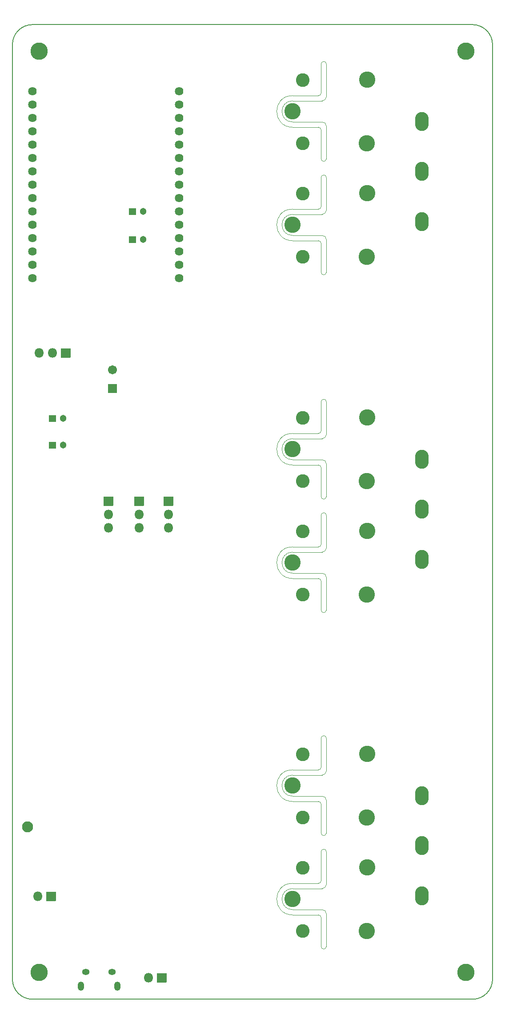
<source format=gbr>
G04 #@! TF.GenerationSoftware,KiCad,Pcbnew,(5.1.12-1-10_14)*
G04 #@! TF.CreationDate,2021-11-18T09:42:33+01:00*
G04 #@! TF.ProjectId,window-shutter-relay-esp8266,77696e64-6f77-42d7-9368-75747465722d,rev?*
G04 #@! TF.SameCoordinates,Original*
G04 #@! TF.FileFunction,Soldermask,Bot*
G04 #@! TF.FilePolarity,Negative*
%FSLAX46Y46*%
G04 Gerber Fmt 4.6, Leading zero omitted, Abs format (unit mm)*
G04 Created by KiCad (PCBNEW (5.1.12-1-10_14)) date 2021-11-18 09:42:33*
%MOMM*%
%LPD*%
G01*
G04 APERTURE LIST*
G04 #@! TA.AperFunction,Profile*
%ADD10C,0.100000*%
G04 #@! TD*
G04 #@! TA.AperFunction,Profile*
%ADD11C,0.150000*%
G04 #@! TD*
%ADD12C,1.302000*%
%ADD13O,1.802000X1.802000*%
%ADD14O,2.602000X3.602000*%
%ADD15C,2.602000*%
%ADD16C,3.102000*%
%ADD17C,3.302000*%
%ADD18C,2.102000*%
%ADD19C,1.626000*%
%ADD20O,1.200000X1.750000*%
%ADD21O,1.450000X1.150000*%
%ADD22C,1.702000*%
G04 APERTURE END LIST*
D10*
X58997106Y-168369999D02*
G75*
G02*
X59790000Y-169162893I0J-792894D01*
G01*
X59790000Y-175370000D02*
X59790000Y-169162893D01*
X59790000Y-175370000D02*
G75*
G02*
X58790000Y-175370000I-500000J0D01*
G01*
X58790000Y-169870000D02*
X58790000Y-175370000D01*
X58290000Y-169370000D02*
G75*
G02*
X58790000Y-169870000I0J-500000D01*
G01*
X53340000Y-169370000D02*
X58290000Y-169370000D01*
X53340000Y-169370000D02*
G75*
G02*
X53340000Y-163370000I0J3000000D01*
G01*
X58290000Y-163370000D02*
X53340000Y-163370000D01*
X58790000Y-162870000D02*
G75*
G02*
X58290000Y-163370000I-500000J0D01*
G01*
X58790000Y-157369999D02*
X58790000Y-162870000D01*
X58789999Y-157369999D02*
G75*
G02*
X59789999Y-157369999I500000J0D01*
G01*
X59790000Y-163577106D02*
X59789999Y-157369999D01*
X59790000Y-163577106D02*
G75*
G02*
X58997106Y-164370000I-792894J0D01*
G01*
X53340000Y-164370000D02*
X58997106Y-164370000D01*
X53340000Y-168370000D02*
G75*
G02*
X53340000Y-164370000I0J2000000D01*
G01*
X58997106Y-168370000D02*
X53340000Y-168370000D01*
X58997106Y-146779999D02*
G75*
G02*
X59790000Y-147572893I0J-792894D01*
G01*
X59790000Y-153780000D02*
X59790000Y-147572893D01*
X59790000Y-153780000D02*
G75*
G02*
X58790000Y-153780000I-500000J0D01*
G01*
X58790000Y-148280000D02*
X58790000Y-153780000D01*
X58290000Y-147780000D02*
G75*
G02*
X58790000Y-148280000I0J-500000D01*
G01*
X53340000Y-147780000D02*
X58290000Y-147780000D01*
X53340000Y-147780000D02*
G75*
G02*
X53340000Y-141780000I0J3000000D01*
G01*
X58290000Y-141780000D02*
X53340000Y-141780000D01*
X58790000Y-141280000D02*
G75*
G02*
X58290000Y-141780000I-500000J0D01*
G01*
X58790000Y-135779999D02*
X58790000Y-141280000D01*
X58789999Y-135779999D02*
G75*
G02*
X59789999Y-135779999I500000J0D01*
G01*
X59790000Y-141987106D02*
X59789999Y-135779999D01*
X59790000Y-141987106D02*
G75*
G02*
X58997106Y-142780000I-792894J0D01*
G01*
X53340000Y-142780000D02*
X58997106Y-142780000D01*
X53340000Y-146780000D02*
G75*
G02*
X53340000Y-142780000I0J2000000D01*
G01*
X58997106Y-146780000D02*
X53340000Y-146780000D01*
X58997106Y-104361999D02*
G75*
G02*
X59790000Y-105154893I0J-792894D01*
G01*
X59790000Y-111362000D02*
X59790000Y-105154893D01*
X59790000Y-111362000D02*
G75*
G02*
X58790000Y-111362000I-500000J0D01*
G01*
X58790000Y-105862000D02*
X58790000Y-111362000D01*
X58290000Y-105362000D02*
G75*
G02*
X58790000Y-105862000I0J-500000D01*
G01*
X53340000Y-105362000D02*
X58290000Y-105362000D01*
X53340000Y-105362000D02*
G75*
G02*
X53340000Y-99362000I0J3000000D01*
G01*
X58290000Y-99362000D02*
X53340000Y-99362000D01*
X58790000Y-98862000D02*
G75*
G02*
X58290000Y-99362000I-500000J0D01*
G01*
X58790000Y-93361999D02*
X58790000Y-98862000D01*
X58789999Y-93361999D02*
G75*
G02*
X59789999Y-93361999I500000J0D01*
G01*
X59790000Y-99569106D02*
X59789999Y-93361999D01*
X59790000Y-99569106D02*
G75*
G02*
X58997106Y-100362000I-792894J0D01*
G01*
X53340000Y-100362000D02*
X58997106Y-100362000D01*
X53340000Y-104362000D02*
G75*
G02*
X53340000Y-100362000I0J2000000D01*
G01*
X58997106Y-104362000D02*
X53340000Y-104362000D01*
X58997106Y-82771999D02*
G75*
G02*
X59790000Y-83564893I0J-792894D01*
G01*
X59790000Y-89772000D02*
X59790000Y-83564893D01*
X59790000Y-89772000D02*
G75*
G02*
X58790000Y-89772000I-500000J0D01*
G01*
X58790000Y-84272000D02*
X58790000Y-89772000D01*
X58290000Y-83772000D02*
G75*
G02*
X58790000Y-84272000I0J-500000D01*
G01*
X53340000Y-83772000D02*
X58290000Y-83772000D01*
X53340000Y-83772000D02*
G75*
G02*
X53340000Y-77772000I0J3000000D01*
G01*
X58290000Y-77772000D02*
X53340000Y-77772000D01*
X58790000Y-77272000D02*
G75*
G02*
X58290000Y-77772000I-500000J0D01*
G01*
X58790000Y-71771999D02*
X58790000Y-77272000D01*
X58789999Y-71771999D02*
G75*
G02*
X59789999Y-71771999I500000J0D01*
G01*
X59790000Y-77979106D02*
X59789999Y-71771999D01*
X59790000Y-77979106D02*
G75*
G02*
X58997106Y-78772000I-792894J0D01*
G01*
X53340000Y-78772000D02*
X58997106Y-78772000D01*
X53340000Y-82772000D02*
G75*
G02*
X53340000Y-78772000I0J2000000D01*
G01*
X58997106Y-82772000D02*
X53340000Y-82772000D01*
X58997106Y-40099999D02*
G75*
G02*
X59790000Y-40892893I0J-792894D01*
G01*
X59790000Y-47100000D02*
X59790000Y-40892893D01*
X59790000Y-47100000D02*
G75*
G02*
X58790000Y-47100000I-500000J0D01*
G01*
X58790000Y-41600000D02*
X58790000Y-47100000D01*
X58290000Y-41100000D02*
G75*
G02*
X58790000Y-41600000I0J-500000D01*
G01*
X53340000Y-41100000D02*
X58290000Y-41100000D01*
X53340000Y-41100000D02*
G75*
G02*
X53340000Y-35100000I0J3000000D01*
G01*
X58290000Y-35100000D02*
X53340000Y-35100000D01*
X58790000Y-34600000D02*
G75*
G02*
X58290000Y-35100000I-500000J0D01*
G01*
X58790000Y-29099999D02*
X58790000Y-34600000D01*
X58789999Y-29099999D02*
G75*
G02*
X59789999Y-29099999I500000J0D01*
G01*
X59790000Y-35307106D02*
X59789999Y-29099999D01*
X59790000Y-35307106D02*
G75*
G02*
X58997106Y-36100000I-792894J0D01*
G01*
X53340000Y-36100000D02*
X58997106Y-36100000D01*
X53340000Y-40100000D02*
G75*
G02*
X53340000Y-36100000I0J2000000D01*
G01*
X58997106Y-40100000D02*
X53340000Y-40100000D01*
X58997106Y-18509999D02*
G75*
G02*
X59790000Y-19302893I0J-792894D01*
G01*
X59790000Y-25510000D02*
X59790000Y-19302893D01*
X59790000Y-25510000D02*
G75*
G02*
X58790000Y-25510000I-500000J0D01*
G01*
X58790000Y-20010000D02*
X58790000Y-25510000D01*
X58290000Y-19510000D02*
G75*
G02*
X58790000Y-20010000I0J-500000D01*
G01*
X53340000Y-19510000D02*
X58290000Y-19510000D01*
X53340000Y-19510000D02*
G75*
G02*
X53340000Y-13510000I0J3000000D01*
G01*
X58290000Y-13510000D02*
X53340000Y-13510000D01*
X58790000Y-13010000D02*
G75*
G02*
X58290000Y-13510000I-500000J0D01*
G01*
X58790000Y-7509999D02*
X58790000Y-13010000D01*
X58789999Y-7509999D02*
G75*
G02*
X59789999Y-7509999I500000J0D01*
G01*
X59790000Y-13717106D02*
X59789999Y-7509999D01*
X59790000Y-13717106D02*
G75*
G02*
X58997106Y-14510000I-792894J0D01*
G01*
X53340000Y-14510000D02*
X58997106Y-14510000D01*
X53340000Y-18510000D02*
G75*
G02*
X53340000Y-14510000I0J2000000D01*
G01*
X58997106Y-18510000D02*
X53340000Y-18510000D01*
D11*
X91440000Y-181610000D02*
X91440000Y-3810000D01*
X3810000Y-185420000D02*
G75*
G02*
X0Y-181610000I0J3810000D01*
G01*
X91440000Y-181610000D02*
G75*
G02*
X87630000Y-185420000I-3810000J0D01*
G01*
X87630000Y0D02*
G75*
G02*
X91440000Y-3810000I0J-3810000D01*
G01*
X0Y-3810000D02*
G75*
G02*
X3810000Y0I3810000J0D01*
G01*
X0Y-3810000D02*
X0Y-181610000D01*
X87630000Y0D02*
X3810000Y0D01*
X3810000Y-185420000D02*
X87630000Y-185420000D01*
D10*
X58997106Y-168369999D02*
G75*
G02*
X59790000Y-169162893I0J-792894D01*
G01*
X59790000Y-175370000D02*
X59790000Y-169162893D01*
X59790000Y-175370000D02*
G75*
G02*
X58790000Y-175370000I-500000J0D01*
G01*
X58790000Y-169870000D02*
X58790000Y-175370000D01*
X58290000Y-169370000D02*
G75*
G02*
X58790000Y-169870000I0J-500000D01*
G01*
X53340000Y-169370000D02*
X58290000Y-169370000D01*
X53340000Y-169370000D02*
G75*
G02*
X53340000Y-163370000I0J3000000D01*
G01*
X58290000Y-163370000D02*
X53340000Y-163370000D01*
X58790000Y-162870000D02*
G75*
G02*
X58290000Y-163370000I-500000J0D01*
G01*
X58790000Y-157369999D02*
X58790000Y-162870000D01*
X58789999Y-157369999D02*
G75*
G02*
X59789999Y-157369999I500000J0D01*
G01*
X59790000Y-163577106D02*
X59789999Y-157369999D01*
X59790000Y-163577106D02*
G75*
G02*
X58997106Y-164370000I-792894J0D01*
G01*
X53340000Y-164370000D02*
X58997106Y-164370000D01*
X53340000Y-168370000D02*
G75*
G02*
X53340000Y-164370000I0J2000000D01*
G01*
X58997106Y-168370000D02*
X53340000Y-168370000D01*
X58997106Y-146779999D02*
G75*
G02*
X59790000Y-147572893I0J-792894D01*
G01*
X59790000Y-153780000D02*
X59790000Y-147572893D01*
X59790000Y-153780000D02*
G75*
G02*
X58790000Y-153780000I-500000J0D01*
G01*
X58790000Y-148280000D02*
X58790000Y-153780000D01*
X58290000Y-147780000D02*
G75*
G02*
X58790000Y-148280000I0J-500000D01*
G01*
X53340000Y-147780000D02*
X58290000Y-147780000D01*
X53340000Y-147780000D02*
G75*
G02*
X53340000Y-141780000I0J3000000D01*
G01*
X58290000Y-141780000D02*
X53340000Y-141780000D01*
X58790000Y-141280000D02*
G75*
G02*
X58290000Y-141780000I-500000J0D01*
G01*
X58790000Y-135779999D02*
X58790000Y-141280000D01*
X58789999Y-135779999D02*
G75*
G02*
X59789999Y-135779999I500000J0D01*
G01*
X59790000Y-141987106D02*
X59789999Y-135779999D01*
X59790000Y-141987106D02*
G75*
G02*
X58997106Y-142780000I-792894J0D01*
G01*
X53340000Y-142780000D02*
X58997106Y-142780000D01*
X53340000Y-146780000D02*
G75*
G02*
X53340000Y-142780000I0J2000000D01*
G01*
X58997106Y-146780000D02*
X53340000Y-146780000D01*
X58997106Y-104361999D02*
G75*
G02*
X59790000Y-105154893I0J-792894D01*
G01*
X59790000Y-111362000D02*
X59790000Y-105154893D01*
X59790000Y-111362000D02*
G75*
G02*
X58790000Y-111362000I-500000J0D01*
G01*
X58790000Y-105862000D02*
X58790000Y-111362000D01*
X58290000Y-105362000D02*
G75*
G02*
X58790000Y-105862000I0J-500000D01*
G01*
X53340000Y-105362000D02*
X58290000Y-105362000D01*
X53340000Y-105362000D02*
G75*
G02*
X53340000Y-99362000I0J3000000D01*
G01*
X58290000Y-99362000D02*
X53340000Y-99362000D01*
X58790000Y-98862000D02*
G75*
G02*
X58290000Y-99362000I-500000J0D01*
G01*
X58790000Y-93361999D02*
X58790000Y-98862000D01*
X58789999Y-93361999D02*
G75*
G02*
X59789999Y-93361999I500000J0D01*
G01*
X59790000Y-99569106D02*
X59789999Y-93361999D01*
X59790000Y-99569106D02*
G75*
G02*
X58997106Y-100362000I-792894J0D01*
G01*
X53340000Y-100362000D02*
X58997106Y-100362000D01*
X53340000Y-104362000D02*
G75*
G02*
X53340000Y-100362000I0J2000000D01*
G01*
X58997106Y-104362000D02*
X53340000Y-104362000D01*
X58997106Y-82771999D02*
G75*
G02*
X59790000Y-83564893I0J-792894D01*
G01*
X59790000Y-89772000D02*
X59790000Y-83564893D01*
X59790000Y-89772000D02*
G75*
G02*
X58790000Y-89772000I-500000J0D01*
G01*
X58790000Y-84272000D02*
X58790000Y-89772000D01*
X58290000Y-83772000D02*
G75*
G02*
X58790000Y-84272000I0J-500000D01*
G01*
X53340000Y-83772000D02*
X58290000Y-83772000D01*
X53340000Y-83772000D02*
G75*
G02*
X53340000Y-77772000I0J3000000D01*
G01*
X58290000Y-77772000D02*
X53340000Y-77772000D01*
X58790000Y-77272000D02*
G75*
G02*
X58290000Y-77772000I-500000J0D01*
G01*
X58790000Y-71771999D02*
X58790000Y-77272000D01*
X58789999Y-71771999D02*
G75*
G02*
X59789999Y-71771999I500000J0D01*
G01*
X59790000Y-77979106D02*
X59789999Y-71771999D01*
X59790000Y-77979106D02*
G75*
G02*
X58997106Y-78772000I-792894J0D01*
G01*
X53340000Y-78772000D02*
X58997106Y-78772000D01*
X53340000Y-82772000D02*
G75*
G02*
X53340000Y-78772000I0J2000000D01*
G01*
X58997106Y-82772000D02*
X53340000Y-82772000D01*
X58997106Y-40099999D02*
G75*
G02*
X59790000Y-40892893I0J-792894D01*
G01*
X59790000Y-47100000D02*
X59790000Y-40892893D01*
X59790000Y-47100000D02*
G75*
G02*
X58790000Y-47100000I-500000J0D01*
G01*
X58790000Y-41600000D02*
X58790000Y-47100000D01*
X58290000Y-41100000D02*
G75*
G02*
X58790000Y-41600000I0J-500000D01*
G01*
X53340000Y-41100000D02*
X58290000Y-41100000D01*
X53340000Y-41100000D02*
G75*
G02*
X53340000Y-35100000I0J3000000D01*
G01*
X58290000Y-35100000D02*
X53340000Y-35100000D01*
X58790000Y-34600000D02*
G75*
G02*
X58290000Y-35100000I-500000J0D01*
G01*
X58790000Y-29099999D02*
X58790000Y-34600000D01*
X58789999Y-29099999D02*
G75*
G02*
X59789999Y-29099999I500000J0D01*
G01*
X59790000Y-35307106D02*
X59789999Y-29099999D01*
X59790000Y-35307106D02*
G75*
G02*
X58997106Y-36100000I-792894J0D01*
G01*
X53340000Y-36100000D02*
X58997106Y-36100000D01*
X53340000Y-40100000D02*
G75*
G02*
X53340000Y-36100000I0J2000000D01*
G01*
X58997106Y-40100000D02*
X53340000Y-40100000D01*
X58997106Y-18509999D02*
G75*
G02*
X59790000Y-19302893I0J-792894D01*
G01*
X59790000Y-25510000D02*
X59790000Y-19302893D01*
X59790000Y-25510000D02*
G75*
G02*
X58790000Y-25510000I-500000J0D01*
G01*
X58790000Y-20010000D02*
X58790000Y-25510000D01*
X58290000Y-19510000D02*
G75*
G02*
X58790000Y-20010000I0J-500000D01*
G01*
X53340000Y-19510000D02*
X58290000Y-19510000D01*
X53340000Y-19510000D02*
G75*
G02*
X53340000Y-13510000I0J3000000D01*
G01*
X58290000Y-13510000D02*
X53340000Y-13510000D01*
X58790000Y-13010000D02*
G75*
G02*
X58290000Y-13510000I-500000J0D01*
G01*
X58790000Y-7509999D02*
X58790000Y-13010000D01*
X58789999Y-7509999D02*
G75*
G02*
X59789999Y-7509999I500000J0D01*
G01*
X59790000Y-13717106D02*
X59789999Y-7509999D01*
X59790000Y-13717106D02*
G75*
G02*
X58997106Y-14510000I-792894J0D01*
G01*
X53340000Y-14510000D02*
X58997106Y-14510000D01*
X53340000Y-18510000D02*
G75*
G02*
X53340000Y-14510000I0J2000000D01*
G01*
X58997106Y-18510000D02*
X53340000Y-18510000D01*
D11*
X91440000Y-181610000D02*
X91440000Y-3810000D01*
X3810000Y-185420000D02*
G75*
G02*
X0Y-181610000I0J3810000D01*
G01*
X91440000Y-181610000D02*
G75*
G02*
X87630000Y-185420000I-3810000J0D01*
G01*
X87630000Y0D02*
G75*
G02*
X91440000Y-3810000I0J-3810000D01*
G01*
X0Y-3810000D02*
G75*
G02*
X3810000Y0I3810000J0D01*
G01*
X0Y-3810000D02*
X0Y-181610000D01*
X87630000Y0D02*
X3810000Y0D01*
X3810000Y-185420000D02*
X87630000Y-185420000D01*
G36*
G01*
X22209000Y-36160001D02*
X22209000Y-34959999D01*
G75*
G02*
X22259999Y-34909000I50999J0D01*
G01*
X23460001Y-34909000D01*
G75*
G02*
X23511000Y-34959999I0J-50999D01*
G01*
X23511000Y-36160001D01*
G75*
G02*
X23460001Y-36211000I-50999J0D01*
G01*
X22259999Y-36211000D01*
G75*
G02*
X22209000Y-36160001I0J50999D01*
G01*
G37*
D12*
X24860000Y-35560000D03*
G36*
G01*
X22209000Y-41494001D02*
X22209000Y-40293999D01*
G75*
G02*
X22259999Y-40243000I50999J0D01*
G01*
X23460001Y-40243000D01*
G75*
G02*
X23511000Y-40293999I0J-50999D01*
G01*
X23511000Y-41494001D01*
G75*
G02*
X23460001Y-41545000I-50999J0D01*
G01*
X22259999Y-41545000D01*
G75*
G02*
X22209000Y-41494001I0J50999D01*
G01*
G37*
X24860000Y-40894000D03*
G36*
G01*
X9310000Y-61583000D02*
X11010000Y-61583000D01*
G75*
G02*
X11061000Y-61634000I0J-51000D01*
G01*
X11061000Y-63334000D01*
G75*
G02*
X11010000Y-63385000I-51000J0D01*
G01*
X9310000Y-63385000D01*
G75*
G02*
X9259000Y-63334000I0J51000D01*
G01*
X9259000Y-61634000D01*
G75*
G02*
X9310000Y-61583000I51000J0D01*
G01*
G37*
D13*
X7620000Y-62484000D03*
X5080000Y-62484000D03*
G36*
G01*
X6516000Y-164961000D02*
X8216000Y-164961000D01*
G75*
G02*
X8267000Y-165012000I0J-51000D01*
G01*
X8267000Y-166712000D01*
G75*
G02*
X8216000Y-166763000I-51000J0D01*
G01*
X6516000Y-166763000D01*
G75*
G02*
X6465000Y-166712000I0J51000D01*
G01*
X6465000Y-165012000D01*
G75*
G02*
X6516000Y-164961000I51000J0D01*
G01*
G37*
X4826000Y-165862000D03*
D14*
X77978000Y-92202000D03*
X77978000Y-101702000D03*
X77978000Y-82702000D03*
X77978000Y-156210000D03*
X77978000Y-165710000D03*
X77978000Y-146710000D03*
X77978000Y-27940000D03*
X77978000Y-37440000D03*
X77978000Y-18440000D03*
D15*
X55290000Y-108412000D03*
D16*
X67490000Y-108412000D03*
X67540000Y-96362000D03*
D15*
X55290000Y-96412000D03*
D16*
X53340000Y-102362000D03*
D15*
X55290000Y-86822000D03*
D16*
X67490000Y-86822000D03*
X67540000Y-74772000D03*
D15*
X55290000Y-74822000D03*
D16*
X53340000Y-80772000D03*
D15*
X55290000Y-172420000D03*
D16*
X67490000Y-172420000D03*
X67540000Y-160370000D03*
D15*
X55290000Y-160420000D03*
D16*
X53340000Y-166370000D03*
D15*
X55290000Y-150830000D03*
D16*
X67490000Y-150830000D03*
X67540000Y-138780000D03*
D15*
X55290000Y-138830000D03*
D16*
X53340000Y-144780000D03*
D15*
X55290000Y-22560000D03*
D16*
X67490000Y-22560000D03*
X67540000Y-10510000D03*
D15*
X55290000Y-10560000D03*
D16*
X53340000Y-16510000D03*
D15*
X55290000Y-44150000D03*
D16*
X67490000Y-44150000D03*
X67540000Y-32100000D03*
D15*
X55290000Y-32150000D03*
D16*
X53340000Y-38100000D03*
D17*
X5080000Y-5080000D03*
X86360000Y-5080000D03*
X86360000Y-180340000D03*
X5080000Y-180340000D03*
D18*
X2906000Y-152654000D03*
G36*
G01*
X17387000Y-91528000D02*
X17387000Y-89828000D01*
G75*
G02*
X17438000Y-89777000I51000J0D01*
G01*
X19138000Y-89777000D01*
G75*
G02*
X19189000Y-89828000I0J-51000D01*
G01*
X19189000Y-91528000D01*
G75*
G02*
X19138000Y-91579000I-51000J0D01*
G01*
X17438000Y-91579000D01*
G75*
G02*
X17387000Y-91528000I0J51000D01*
G01*
G37*
D13*
X18288000Y-93218000D03*
X18288000Y-95758000D03*
X24130000Y-95758000D03*
X24130000Y-93218000D03*
G36*
G01*
X23229000Y-91528000D02*
X23229000Y-89828000D01*
G75*
G02*
X23280000Y-89777000I51000J0D01*
G01*
X24980000Y-89777000D01*
G75*
G02*
X25031000Y-89828000I0J-51000D01*
G01*
X25031000Y-91528000D01*
G75*
G02*
X24980000Y-91579000I-51000J0D01*
G01*
X23280000Y-91579000D01*
G75*
G02*
X23229000Y-91528000I0J51000D01*
G01*
G37*
X29718000Y-95758000D03*
X29718000Y-93218000D03*
G36*
G01*
X28817000Y-91528000D02*
X28817000Y-89828000D01*
G75*
G02*
X28868000Y-89777000I51000J0D01*
G01*
X30568000Y-89777000D01*
G75*
G02*
X30619000Y-89828000I0J-51000D01*
G01*
X30619000Y-91528000D01*
G75*
G02*
X30568000Y-91579000I-51000J0D01*
G01*
X28868000Y-91579000D01*
G75*
G02*
X28817000Y-91528000I0J51000D01*
G01*
G37*
D19*
X3810000Y-12700000D03*
X3810000Y-15240000D03*
X3810000Y-17780000D03*
X3810000Y-20320000D03*
X3810000Y-22860000D03*
X3810000Y-25400000D03*
X3810000Y-27940000D03*
X3810000Y-30480000D03*
X3810000Y-33020000D03*
X3810000Y-35560000D03*
X3810000Y-38100000D03*
X3810000Y-40640000D03*
X3810000Y-43180000D03*
X3810000Y-45720000D03*
X3810000Y-48260000D03*
X31750000Y-48260000D03*
X31750000Y-45720000D03*
X31750000Y-43180000D03*
X31750000Y-40640000D03*
X31750000Y-38100000D03*
X31750000Y-35560000D03*
X31750000Y-33020000D03*
X31750000Y-30480000D03*
X31750000Y-27940000D03*
X31750000Y-25400000D03*
X31750000Y-22860000D03*
X31750000Y-20320000D03*
X31750000Y-17780000D03*
X31750000Y-15240000D03*
X31750000Y-12700000D03*
D20*
X20010000Y-182960000D03*
X13010000Y-182960000D03*
D21*
X19010000Y-180260000D03*
X14010000Y-180260000D03*
D13*
X25908000Y-181356000D03*
G36*
G01*
X27598000Y-180455000D02*
X29298000Y-180455000D01*
G75*
G02*
X29349000Y-180506000I0J-51000D01*
G01*
X29349000Y-182206000D01*
G75*
G02*
X29298000Y-182257000I-51000J0D01*
G01*
X27598000Y-182257000D01*
G75*
G02*
X27547000Y-182206000I0J51000D01*
G01*
X27547000Y-180506000D01*
G75*
G02*
X27598000Y-180455000I51000J0D01*
G01*
G37*
D12*
X9620000Y-74930000D03*
G36*
G01*
X6969000Y-75530001D02*
X6969000Y-74329999D01*
G75*
G02*
X7019999Y-74279000I50999J0D01*
G01*
X8220001Y-74279000D01*
G75*
G02*
X8271000Y-74329999I0J-50999D01*
G01*
X8271000Y-75530001D01*
G75*
G02*
X8220001Y-75581000I-50999J0D01*
G01*
X7019999Y-75581000D01*
G75*
G02*
X6969000Y-75530001I0J50999D01*
G01*
G37*
G36*
G01*
X6969000Y-80610001D02*
X6969000Y-79409999D01*
G75*
G02*
X7019999Y-79359000I50999J0D01*
G01*
X8220001Y-79359000D01*
G75*
G02*
X8271000Y-79409999I0J-50999D01*
G01*
X8271000Y-80610001D01*
G75*
G02*
X8220001Y-80661000I-50999J0D01*
G01*
X7019999Y-80661000D01*
G75*
G02*
X6969000Y-80610001I0J50999D01*
G01*
G37*
X9620000Y-80010000D03*
G36*
G01*
X19850000Y-70066000D02*
X18250000Y-70066000D01*
G75*
G02*
X18199000Y-70015000I0J51000D01*
G01*
X18199000Y-68415000D01*
G75*
G02*
X18250000Y-68364000I51000J0D01*
G01*
X19850000Y-68364000D01*
G75*
G02*
X19901000Y-68415000I0J-51000D01*
G01*
X19901000Y-70015000D01*
G75*
G02*
X19850000Y-70066000I-51000J0D01*
G01*
G37*
D22*
X19050000Y-65715000D03*
M02*

</source>
